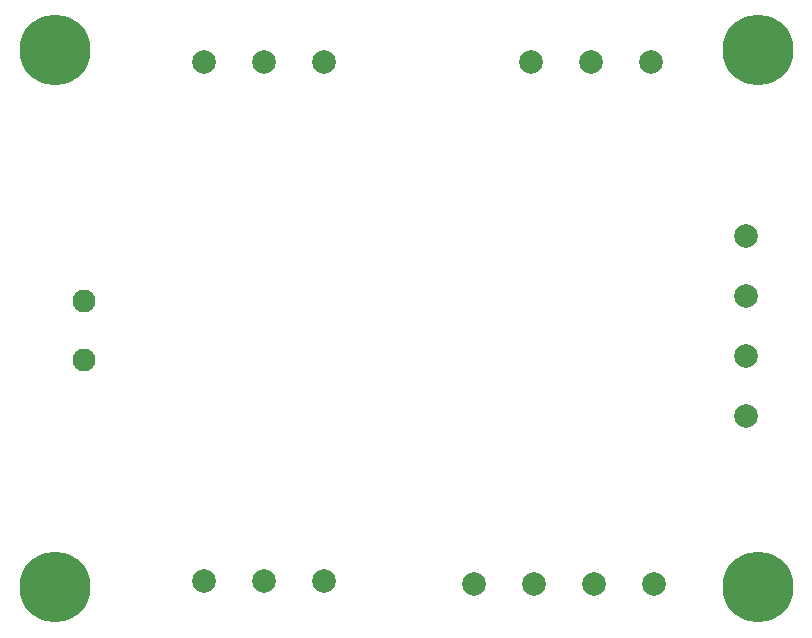
<source format=gbr>
%TF.GenerationSoftware,Altium Limited,Altium Designer,21.8.1 (53)*%
G04 Layer_Color=255*
%FSLAX43Y43*%
%MOMM*%
%TF.SameCoordinates,E94A8812-6B35-456A-9080-959166976AA9*%
%TF.FilePolarity,Positive*%
%TF.FileFunction,Pads,Top*%
%TF.Part,Single*%
G01*
G75*
%TA.AperFunction,ComponentPad*%
%ADD11C,2.000*%
%TA.AperFunction,ViaPad*%
%ADD12C,6.000*%
%TA.AperFunction,ComponentPad*%
%ADD13C,1.950*%
D11*
X55000Y49000D02*
D03*
X49920D02*
D03*
X44840D02*
D03*
X40000Y4813D02*
D03*
X45080D02*
D03*
X50160D02*
D03*
X55240D02*
D03*
X17170Y5000D02*
D03*
X22250D02*
D03*
X27330D02*
D03*
Y49000D02*
D03*
X22250D02*
D03*
X17170D02*
D03*
X63000Y19050D02*
D03*
Y24130D02*
D03*
Y29210D02*
D03*
Y34290D02*
D03*
D12*
X4500Y50000D02*
D03*
X64000D02*
D03*
Y4500D02*
D03*
X4500D02*
D03*
D13*
X6985Y23749D02*
D03*
Y28749D02*
D03*
%TF.MD5,a03c672e902f08f73f978f654cd6daab*%
M02*

</source>
